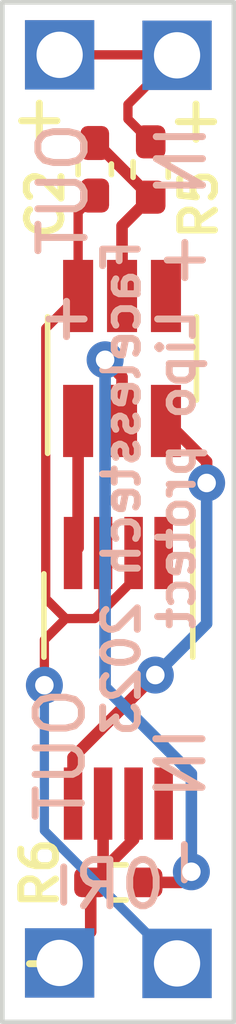
<source format=kicad_pcb>
(kicad_pcb (version 20221018) (generator pcbnew)
  (layers (0 "F.Cu" signal) (31 "B.Cu" signal) (34 "B.Paste" user) (35 "F.Paste" user) (36 "B.SilkS" user "B.Silkscreen") (37 "F.SilkS" user "F.Silkscreen") (38 "B.Mask" user) (39 "F.Mask" user) (44 "Edge.Cuts" user))
  (net 0 "")
  (net 1 "BAT+")
  (net 2 "Net-(U2-VCC)")
  (net 3 "/OUTGND")
  (net 4 "Net-(U2-OC)")
  (net 8 "BAT-")
  (net 9 "/OC")
  (net 10 "/G1")
  (footprint "custom_connectors:1mm_test_point_square" (layer "F.Cu") (at 146.16 103.08016)
    (fp_text reference "J5" hide)
    (fp_text value "Conn_01x01_Female" hide)
    (pad "1" thru_hole rect (at 0 -0.01016) (size 1.5 1.5) (drill 1) (layers "*.Cu" "*.Mask") (net 3 "/OUTGND"))
  )
  (footprint "Resistor_SMD:R_0402_1005Metric_Pad0.72x0.64mm_HandSolder" (layer "F.Cu") (at 148.13 85.9275 -90)
    (fp_text reference "R5" (at 0.7525 -1.04 90) (layer "F.SilkS") (effects (font (size 0.75 0.75))))
    (fp_text value "100" hide)
    (fp_line (start -0.167621 -0.38) (end 0.167621 -0.38) (stroke (width 0.12)) (layer "F.SilkS"))
    (fp_line (start -0.167621 0.38) (end 0.167621 0.38) (stroke (width 0.12)) (layer "F.SilkS"))
    (pad "1" smd roundrect (at -0.5975 0 270) (size 0.715 0.64) (layers "F.Cu" "F.Paste" "F.Mask") (net 1 "BAT+"))
    (pad "2" smd roundrect (at 0.5975 0 270) (size 0.715 0.64) (layers "F.Cu" "F.Paste" "F.Mask") (net 2 "Net-(U2-VCC)"))
  )
  (footprint "custom_connectors:1mm_test_point_square" (layer "F.Cu") (at 148.7 103.09016)
    (fp_text reference "J4" hide)
    (fp_text value "Conn_01x01_Female" hide)
    (pad "1" thru_hole rect (at 0 -0.01016) (size 1.5 1.5) (drill 1) (layers "*.Cu" "*.Mask") (net 8 "BAT-"))
  )
  (footprint "Capacitor_SMD:C_0402_1005Metric_Pad0.74x0.62mm_HandSolder" (layer "F.Cu") (at 146.92 85.9225 -90)
    (fp_text reference "C2" (at 0.7475 1.07 -90) (layer "F.SilkS") (effects (font (size 0.75 0.75))))
    (fp_text value "0.1uF" hide)
    (fp_line (start -0.115835 -0.36) (end 0.115835 -0.36) (stroke (width 0.12)) (layer "F.SilkS"))
    (fp_line (start -0.115835 0.36) (end 0.115835 0.36) (stroke (width 0.12)) (layer "F.SilkS"))
    (pad "1" smd roundrect (at -0.5675 0 270) (size 0.735 0.62) (layers "F.Cu" "F.Paste" "F.Mask") (net 2 "Net-(U2-VCC)"))
    (pad "2" smd roundrect (at 0.5675 0 270) (size 0.735 0.62) (layers "F.Cu" "F.Paste" "F.Mask") (net 8 "BAT-"))
  )
  (footprint "custom_connectors:SOT-23-8_Handsoldering_long" (layer "F.Cu") (at 147.43 95.563 -90)
    (fp_text reference "U4" hide)
    (fp_text value "8205a")
    (fp_line (start -0.9 1.61) (end 0.9 1.61) (stroke (width 0.12)) (layer "F.SilkS"))
    (fp_line (start 0.9 -1.61) (end -2.05 -1.61) (stroke (width 0.12)) (layer "F.SilkS"))
    (pad "1" smd rect (at -1.35 -0.98 270) (size 1.56 0.4) (layers "F.Cu" "F.Paste" "F.Mask"))
    (pad "2" smd rect (at -1.35 -0.33 270) (size 1.56 0.4) (layers "F.Cu" "F.Paste" "F.Mask") (net 8 "BAT-"))
    (pad "3" smd rect (at -1.35 0.33 270) (size 1.56 0.4) (layers "F.Cu" "F.Paste" "F.Mask") (net 8 "BAT-"))
    (pad "4" smd rect (at -1.35 0.98 270) (size 1.56 0.4) (layers "F.Cu" "F.Paste" "F.Mask") (net 10 "/G1"))
    (pad "5" smd rect (at 4.064 0.98 270) (size 1.56 0.4) (layers "F.Cu" "F.Paste" "F.Mask") (net 4 "Net-(U2-OC)"))
    (pad "6" smd rect (at 4.064 0.33 270) (size 1.56 0.4) (layers "F.Cu" "F.Paste" "F.Mask") (net 3 "/OUTGND"))
    (pad "7" smd rect (at 4.064 -0.33 270) (size 1.56 0.4) (layers "F.Cu" "F.Paste" "F.Mask") (net 3 "/OUTGND"))
    (pad "8" smd rect (at 4.064 -0.98 270) (size 1.56 0.4) (layers "F.Cu" "F.Paste" "F.Mask"))
  )
  (footprint "custom_connectors:1mm_test_point_square" (layer "F.Cu") (at 148.7 83.47016)
    (fp_text reference "J7" hide)
    (fp_text value "Conn_01x01_Female" hide)
    (pad "1" thru_hole rect (at 0 -0.01016) (size 1.5 1.5) (drill 1) (layers "*.Cu" "*.Mask") (net 1 "BAT+"))
  )
  (footprint "Resistor_SMD:R_0402_1005Metric_Pad0.72x0.64mm_HandSolder" (layer "F.Cu") (at 147.43 101.33 180)
    (fp_text reference "R6" (at 1.7 0.2 90) (layer "F.SilkS") (effects (font (size 0.75 0.75))))
    (fp_text value "0R" (at -0.0325 -0.05) (layer "B.SilkS") (effects (justify mirror)))
    (fp_line (start -0.167621 -0.38) (end 0.167621 -0.38) (stroke (width 0.12)) (layer "F.SilkS"))
    (fp_line (start -0.167621 0.38) (end 0.167621 0.38) (stroke (width 0.12)) (layer "F.SilkS"))
    (pad "1" smd roundrect (at -0.5975 0 180) (size 0.715 0.64) (layers "F.Cu" "F.Paste" "F.Mask") (net 9 "/OC"))
    (pad "2" smd roundrect (at 0.5975 0 180) (size 0.715 0.64) (layers "F.Cu" "F.Paste" "F.Mask") (net 3 "/OUTGND"))
  )
  (footprint "custom_connectors:1mm_test_point_square" (layer "F.Cu") (at 146.16 83.46)
    (fp_text reference "J6" hide)
    (fp_text value "Conn_01x01_Female" hide)
    (pad "1" thru_hole rect (at 0 -0.01016) (size 1.5 1.5) (drill 1) (layers "*.Cu" "*.Mask") (net 1 "BAT+"))
  )
  (footprint "Package_TO_SOT_SMD:SOT-23-6_Handsoldering" (layer "F.Cu") (at 147.51 90.01 90)
    (fp_text reference "U2" hide)
    (fp_text value "DW01" hide)
    (fp_line (start -0.9 1.61) (end 0.9 1.61) (stroke (width 0.12)) (layer "F.SilkS"))
    (fp_line (start 0.9 -1.61) (end -2.05 -1.61) (stroke (width 0.12)) (layer "F.SilkS"))
    (pad "1" smd rect (at -1.35 -0.95 90) (size 1.56 0.65) (layers "F.Cu" "F.Paste" "F.Mask") (net 10 "/G1"))
    (pad "2" smd rect (at -1.35 0 90) (size 1.56 0.65) (layers "F.Cu" "F.Paste" "F.Mask") (net 9 "/OC"))
    (pad "3" smd rect (at -1.35 0.95 90) (size 1.56 0.65) (layers "F.Cu" "F.Paste" "F.Mask") (net 4 "Net-(U2-OC)"))
    (pad "4" smd rect (at 1.35 0.95 90) (size 1.56 0.65) (layers "F.Cu" "F.Paste" "F.Mask"))
    (pad "5" smd rect (at 1.35 0 90) (size 1.56 0.65) (layers "F.Cu" "F.Paste" "F.Mask") (net 2 "Net-(U2-VCC)"))
    (pad "6" smd rect (at 1.35 -0.95 90) (size 1.56 0.65) (layers "F.Cu" "F.Paste" "F.Mask") (net 8 "BAT-"))
  )
  (gr_rect (start 144.92 82.315) (end 149.93 104.345) (stroke (width 0.1)) (fill none) (layer "Edge.Cuts"))
  (gr_text "Lipo protect" (at 149.13 88.88 90) (layer "B.SilkS") (effects (font (size 0.75 0.75)) (justify left bottom mirror)))
  (gr_text "Facelesstech 2023" (at 147.94 87.37 90) (layer "B.SilkS") (effects (font (size 0.75 0.75)) (justify left bottom mirror)))
  (gr_text "OUT +" (at 146.82 84.82 90) (layer "B.SilkS") (effects (font (size 1 1)) (justify left bottom mirror)))
  (gr_text "OUT -" (at 146.76 97.04 90) (layer "B.SilkS") (effects (font (size 1 1)) (justify left bottom mirror)))
  (gr_text "IN +" (at 149.38 84.88 90) (layer "B.SilkS") (effects (font (size 1 1)) (justify left bottom mirror)))
  (gr_text "IN -" (at 149.37 97.89 90) (layer "B.SilkS") (effects (font (size 1 1)) (justify left bottom mirror)))
  (gr_text "+" (at 145.72 84.8) (layer "F.SilkS") (effects (font (size 1 1))))
  (gr_text "+" (at 149.11 84.82) (layer "F.SilkS") (effects (font (size 1 1))))
  (gr_text "-" (at 145.89 103.16 180) (layer "F.SilkS") (effects (font (size 1 1))))
  (segment (start 148.68984 83.44984) (end 148.7 83.46) (width 0.2) (layer "F.Cu") (net 1))
  (segment (start 146.16 83.44984) (end 148.68984 83.44984) (width 0.2) (layer "F.Cu") (net 1))
  (segment (start 147.63802 84.83802) (end 148.13 85.33) (width 0.2) (layer "F.Cu") (net 1))
  (segment (start 148.7 83.46) (end 147.63802 84.52198) (width 0.2) (layer "F.Cu") (net 1))
  (segment (start 147.63802 84.52198) (end 147.63802 84.83802) (width 0.2) (layer "F.Cu") (net 1))
  (segment (start 146.96 85.355) (end 148.13 86.525) (width 0.25) (layer "F.Cu") (net 2))
  (segment (start 146.92 85.355) (end 146.96 85.355) (width 0.25) (layer "F.Cu") (net 2))
  (segment (start 147.51 87.145) (end 148.13 86.525) (width 0.25) (layer "F.Cu") (net 2))
  (segment (start 147.51 88.66) (end 147.51 87.145) (width 0.25) (layer "F.Cu") (net 2))
  (segment (start 147.1 99.627) (end 147.1 101.0625) (width 0.25) (layer "F.Cu") (net 3))
  (segment (start 146.8325 101.33) (end 146.8325 102.3975) (width 0.25) (layer "F.Cu") (net 3))
  (segment (start 146.8325 102.3975) (end 146.16 103.07) (width 0.25) (layer "F.Cu") (net 3))
  (segment (start 147.76 99.627) (end 147.76 100.4025) (width 0.25) (layer "F.Cu") (net 3))
  (segment (start 147.76 100.4025) (end 146.8325 101.33) (width 0.25) (layer "F.Cu") (net 3))
  (segment (start 147.1 101.0625) (end 146.8325 101.33) (width 0.25) (layer "F.Cu") (net 3))
  (segment (start 146.45 99.627) (end 146.45 98.63) (width 0.25) (layer "F.Cu") (net 4))
  (segment (start 149.34 92.24) (end 148.46 91.36) (width 0.25) (layer "F.Cu") (net 4))
  (segment (start 146.45 98.63) (end 148.23 96.85) (width 0.25) (layer "F.Cu") (net 4))
  (segment (start 149.34 92.7) (end 149.34 92.24) (width 0.25) (layer "F.Cu") (net 4))
  (via (at 149.34 92.7) (size 0.8) (drill 0.4) (layers "F.Cu" "B.Cu") (net 4))
  (via (at 148.23 96.85) (size 0.8) (drill 0.4) (layers "F.Cu" "B.Cu") (net 4))
  (segment (start 148.23 96.85) (end 149.34 95.74) (width 0.25) (layer "B.Cu") (net 4))
  (segment (start 149.34 95.74) (end 149.34 92.7) (width 0.25) (layer "B.Cu") (net 4))
  (segment (start 145.8595 95.1995) (end 146.29 95.63) (width 0.2) (layer "F.Cu") (net 8))
  (segment (start 145.83 96.09) (end 146.29 95.63) (width 0.2) (layer "F.Cu") (net 8))
  (segment (start 147.76 94.79) (end 147.1 95.45) (width 0.2) (layer "F.Cu") (net 8))
  (segment (start 146.56 88.66) (end 146.56 86.85) (width 0.2) (layer "F.Cu") (net 8))
  (segment (start 147.76 94.213) (end 147.76 94.79) (width 0.2) (layer "F.Cu") (net 8))
  (segment (start 145.8595 89.3605) (end 145.8595 95.1995) (width 0.2) (layer "F.Cu") (net 8))
  (segment (start 146.56 88.66) (end 145.8595 89.3605) (width 0.2) (layer "F.Cu") (net 8))
  (segment (start 145.83 97.07) (end 145.83 96.09) (width 0.2) (layer "F.Cu") (net 8))
  (segment (start 147.1 95.45) (end 146.92 95.63) (width 0.2) (layer "F.Cu") (net 8))
  (segment (start 146.56 86.85) (end 146.92 86.49) (width 0.2) (layer "F.Cu") (net 8))
  (segment (start 146.29 95.63) (end 146.92 95.63) (width 0.2) (layer "F.Cu") (net 8))
  (segment (start 147.1 94.213) (end 147.1 95.45) (width 0.2) (layer "F.Cu") (net 8))
  (via (at 145.83 97.07) (size 0.8) (drill 0.4) (layers "F.Cu" "B.Cu") (net 8))
  (segment (start 148.7 103.08) (end 145.83 100.21) (width 0.2) (layer "B.Cu") (net 8))
  (segment (start 145.83 100.21) (end 145.83 97.07) (width 0.2) (layer "B.Cu") (net 8))
  (segment (start 147.51 90.41) (end 147.51 91.36) (width 0.25) (layer "F.Cu") (net 9))
  (segment (start 148.0275 101.33) (end 148.78 101.33) (width 0.25) (layer "F.Cu") (net 9))
  (segment (start 148.78 101.33) (end 149.01 101.1) (width 0.25) (layer "F.Cu") (net 9))
  (segment (start 147.143886 90.043886) (end 147.51 90.41) (width 0.25) (layer "F.Cu") (net 9))
  (segment (start 147.143886 90.039278) (end 147.143886 90.043886) (width 0.25) (layer "F.Cu") (net 9))
  (segment (start 147.143886 90.039278) (end 147.143886 90.255) (width 0.25) (layer "F.Cu") (net 9))
  (via (at 149.01 101.1) (size 0.8) (drill 0.4) (layers "F.Cu" "B.Cu") (net 9))
  (via (at 147.143886 90.039278) (size 0.8) (drill 0.4) (layers "F.Cu" "B.Cu") (net 9))
  (segment (start 149.01 98.98) (end 147.143886 97.113886) (width 0.25) (layer "B.Cu") (net 9))
  (segment (start 149.01 101.1) (end 149.01 98.98) (width 0.25) (layer "B.Cu") (net 9))
  (segment (start 147.143886 97.113886) (end 147.143886 90.039278) (width 0.25) (layer "B.Cu") (net 9))
  (segment (start 146.56 94.103) (end 146.45 94.213) (width 0.25) (layer "F.Cu") (net 10))
  (segment (start 146.56 91.36) (end 146.56 94.103) (width 0.25) (layer "F.Cu") (net 10))
)
</source>
